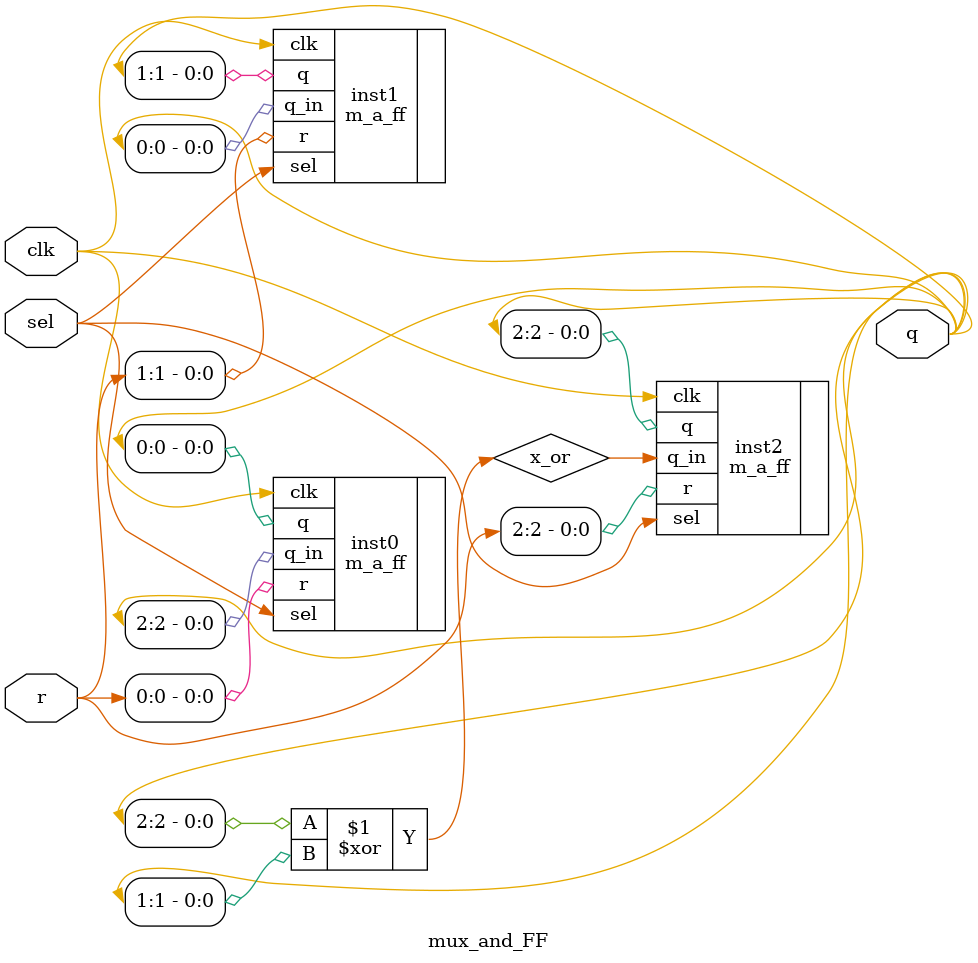
<source format=v>
`timescale 1ns / 1ps

module mux_and_FF(
input clk,
input sel,
input [2:0] r,
output  [2:0] q
    );

    m_a_ff inst0(
        .clk(clk),
        .sel(sel),
        .r(r[0]),
        .q_in(q[2]),
        .q(q[0])
    );

    m_a_ff inst1(
        .clk(clk),
        .sel(sel),
        .r(r[1]),
        .q_in(q[0]),
        .q(q[1])
    );

wire x_or;
assign x_or=q[2]^q[1];

    m_a_ff inst2(
        .clk(clk),
        .sel(sel),
        .r(r[2]),
        .q_in(x_or),
        .q(q[2])
    );



endmodule

</source>
